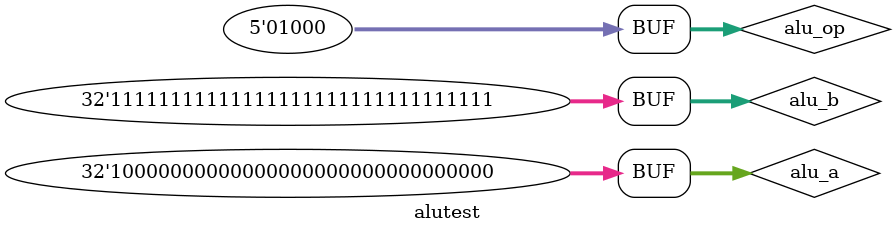
<source format=v>
`timescale 1ns / 1ps
`define A_NOP 5'd00 //nop
`define A_ADD 5'd01 //signed_add
`define A_SUB 5'd02 //signed_sub
`define A_AND 5'd03 //and
`define A_OR  5'd04 //or
`define A_XOR 5'd05 //xor
`define A_NOR 5'd06 //nor
`define A_ADDU 5'd07 //unsigned_add
`define A_SUBU 5'd08 //unsigned_sub
`define A_SLT 5'd09 //slt
`define A_SLTU 5'd10 //unsigned_slt
`define A_SLL 5'd11 //sll
`define A_SRL 5'd12 //srl
`define A_SRA 5'd13 //sra
`define A_MOV 5'd14 //movz,movn
`define A_LUI 5'd15 //lui
module alutest;

	// Inputs
	reg [31:0] alu_a;
	reg [31:0] alu_b;
	reg [4:0] alu_op;

	// Outputs
	wire [31:0] alu_out;
	//wire zero;
	//wire sign;

	// Instantiate the Unit Under Test (UUT)
	alu uut (
		.alu_a(alu_a), 
		.alu_b(alu_b), 
		.alu_op(alu_op), 
		.alu_out(alu_out)
	);

	initial begin
		// Initialize Inputs
		alu_op = 5'd09; //����slt
		alu_a = 2;
		alu_b = 3; 
		#10;
		alu_a = 3;
		alu_b = 2;
		#10;
		alu_a = -2;
		alu_b = -3;
		#10;
		alu_a = -3;
		alu_b = -2;
		// Wait 100 ns for global reset to finish
		#20;
		alu_op = 5'd10; //����slt2  
		alu_a = 2;
		alu_b = 3;
		#10;
		alu_a = 3;
		alu_b = 2;
		#10;
		alu_a = -2;
		alu_b = -3;
		#10;
		alu_a = -3;
		alu_b = -2;
		
		// Add stimulus here
		#10;
		alu_op = 5'd0;
		alu_a = 0;
		alu_b = {{6'b110011},{`A_SLTU},{6'b010101}};
		#10;
		alu_op = `A_SUBU;
		alu_a = 32'b10000000_00000000_00000000_00000000;
		alu_b = 32'b11111111_11111111_11111111_11111111;
		
	end 
      
endmodule


</source>
